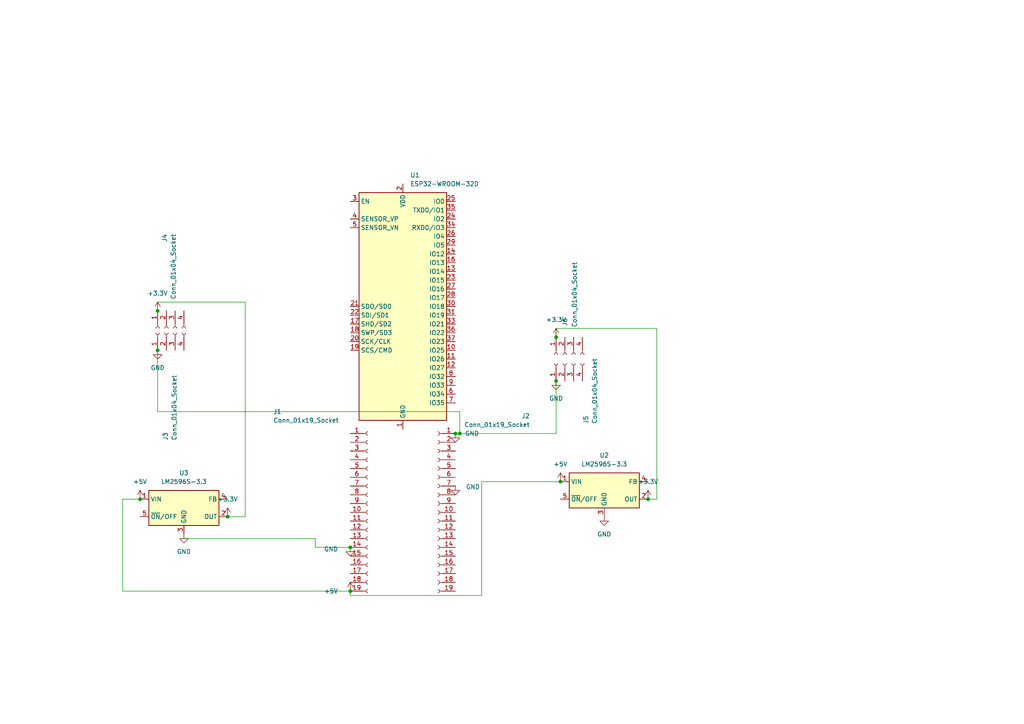
<source format=kicad_sch>
(kicad_sch (version 20250114) (generator "eeschema") (generator_version "9.0")
  (paper "A4")
  (lib_symbols
    (symbol "Connector:Conn_01x04_Socket" (pin_names (offset 1.016) (hide yes))
      (property "Reference" "J" (at 0 5.08 0))
      (property "Value" "Conn_01x04_Socket" (at 0 -7.62 0))
      (symbol "Conn_01x04_Socket_1_1"
        (polyline (pts (xy -1.27 2.54) (xy -0.508 2.54)) (stroke (width 0.1524)))
        (polyline (pts (xy -1.27 0) (xy -0.508 0)) (stroke (width 0.1524)))
        (polyline (pts (xy -1.27 -2.54) (xy -0.508 -2.54)) (stroke (width 0.1524)))
        (polyline (pts (xy -1.27 -5.08) (xy -0.508 -5.08)) (stroke (width 0.1524)))
        (arc (start 0 2.032) (mid -0.5058 2.54) (end 0 3.048) (stroke (width 0.1524)))
        (arc (start 0 -0.508) (mid -0.5058 0) (end 0 0.508) (stroke (width 0.1524)))
        (arc (start 0 -3.048) (mid -0.5058 -2.54) (end 0 -2.032) (stroke (width 0.1524)))
        (arc (start 0 -5.588) (mid -0.5058 -5.08) (end 0 -4.572) (stroke (width 0.1524)))
        (pin passive line (at -5.08 2.54 0) (length 3.81) (name "Pin_1") (number "1"))
        (pin passive line (at -5.08 0 0) (length 3.81) (name "Pin_2") (number "2"))
        (pin passive line (at -5.08 -2.54 0) (length 3.81) (name "Pin_3") (number "3"))
        (pin passive line (at -5.08 -5.08 0) (length 3.81) (name "Pin_4") (number "4"))
      )
    )
    (symbol "Connector:Conn_01x19_Socket" (pin_names (offset 1.016) (hide yes))
      (property "Reference" "J" (at 0 25.4 0))
      (property "Value" "Conn_01x19_Socket" (at 0 -25.4 0))
      (symbol "Conn_01x19_Socket_1_1"
        (polyline (pts (xy -1.27 22.86) (xy -0.508 22.86)) (stroke (width 0.1524)))
        (polyline (pts (xy -1.27 20.32) (xy -0.508 20.32)) (stroke (width 0.1524)))
        (polyline (pts (xy -1.27 17.78) (xy -0.508 17.78)) (stroke (width 0.1524)))
        (polyline (pts (xy -1.27 15.24) (xy -0.508 15.24)) (stroke (width 0.1524)))
        (polyline (pts (xy -1.27 12.7) (xy -0.508 12.7)) (stroke (width 0.1524)))
        (polyline (pts (xy -1.27 10.16) (xy -0.508 10.16)) (stroke (width 0.1524)))
        (polyline (pts (xy -1.27 7.62) (xy -0.508 7.62)) (stroke (width 0.1524)))
        (polyline (pts (xy -1.27 5.08) (xy -0.508 5.08)) (stroke (width 0.1524)))
        (polyline (pts (xy -1.27 2.54) (xy -0.508 2.54)) (stroke (width 0.1524)))
        (polyline (pts (xy -1.27 0) (xy -0.508 0)) (stroke (width 0.1524)))
        (polyline (pts (xy -1.27 -2.54) (xy -0.508 -2.54)) (stroke (width 0.1524)))
        (polyline (pts (xy -1.27 -5.08) (xy -0.508 -5.08)) (stroke (width 0.1524)))
        (polyline (pts (xy -1.27 -7.62) (xy -0.508 -7.62)) (stroke (width 0.1524)))
        (polyline (pts (xy -1.27 -10.16) (xy -0.508 -10.16)) (stroke (width 0.1524)))
        (polyline (pts (xy -1.27 -12.7) (xy -0.508 -12.7)) (stroke (width 0.1524)))
        (polyline (pts (xy -1.27 -15.24) (xy -0.508 -15.24)) (stroke (width 0.1524)))
        (polyline (pts (xy -1.27 -17.78) (xy -0.508 -17.78)) (stroke (width 0.1524)))
        (polyline (pts (xy -1.27 -20.32) (xy -0.508 -20.32)) (stroke (width 0.1524)))
        (polyline (pts (xy -1.27 -22.86) (xy -0.508 -22.86)) (stroke (width 0.1524)))
        (arc (start 0 22.352) (mid -0.5058 22.86) (end 0 23.368) (stroke (width 0.1524)))
        (arc (start 0 19.812) (mid -0.5058 20.32) (end 0 20.828) (stroke (width 0.1524)))
        (arc (start 0 17.272) (mid -0.5058 17.78) (end 0 18.288) (stroke (width 0.1524)))
        (arc (start 0 14.732) (mid -0.5058 15.24) (end 0 15.748) (stroke (width 0.1524)))
        (arc (start 0 12.192) (mid -0.5058 12.7) (end 0 13.208) (stroke (width 0.1524)))
        (arc (start 0 9.652) (mid -0.5058 10.16) (end 0 10.668) (stroke (width 0.1524)))
        (arc (start 0 7.112) (mid -0.5058 7.62) (end 0 8.128) (stroke (width 0.1524)))
        (arc (start 0 4.572) (mid -0.5058 5.08) (end 0 5.588) (stroke (width 0.1524)))
        (arc (start 0 2.032) (mid -0.5058 2.54) (end 0 3.048) (stroke (width 0.1524)))
        (arc (start 0 -0.508) (mid -0.5058 0) (end 0 0.508) (stroke (width 0.1524)))
        (arc (start 0 -3.048) (mid -0.5058 -2.54) (end 0 -2.032) (stroke (width 0.1524)))
        (arc (start 0 -5.588) (mid -0.5058 -5.08) (end 0 -4.572) (stroke (width 0.1524)))
        (arc (start 0 -8.128) (mid -0.5058 -7.62) (end 0 -7.112) (stroke (width 0.1524)))
        (arc (start 0 -10.668) (mid -0.5058 -10.16) (end 0 -9.652) (stroke (width 0.1524)))
        (arc (start 0 -13.208) (mid -0.5058 -12.7) (end 0 -12.192) (stroke (width 0.1524)))
        (arc (start 0 -15.748) (mid -0.5058 -15.24) (end 0 -14.732) (stroke (width 0.1524)))
        (arc (start 0 -18.288) (mid -0.5058 -17.78) (end 0 -17.272) (stroke (width 0.1524)))
        (arc (start 0 -20.828) (mid -0.5058 -20.32) (end 0 -19.812) (stroke (width 0.1524)))
        (arc (start 0 -23.368) (mid -0.5058 -22.86) (end 0 -22.352) (stroke (width 0.1524)))
        (pin passive line (at -5.08 22.86 0) (length 3.81) (name "Pin_1") (number "1"))
        (pin passive line (at -5.08 20.32 0) (length 3.81) (name "Pin_2") (number "2"))
        (pin passive line (at -5.08 17.78 0) (length 3.81) (name "Pin_3") (number "3"))
        (pin passive line (at -5.08 15.24 0) (length 3.81) (name "Pin_4") (number "4"))
        (pin passive line (at -5.08 12.7 0) (length 3.81) (name "Pin_5") (number "5"))
        (pin passive line (at -5.08 10.16 0) (length 3.81) (name "Pin_6") (number "6"))
        (pin passive line (at -5.08 7.62 0) (length 3.81) (name "Pin_7") (number "7"))
        (pin passive line (at -5.08 5.08 0) (length 3.81) (name "Pin_8") (number "8"))
        (pin passive line (at -5.08 2.54 0) (length 3.81) (name "Pin_9") (number "9"))
        (pin passive line (at -5.08 0 0) (length 3.81) (name "Pin_10") (number "10"))
        (pin passive line (at -5.08 -2.54 0) (length 3.81) (name "Pin_11") (number "11"))
        (pin passive line (at -5.08 -5.08 0) (length 3.81) (name "Pin_12") (number "12"))
        (pin passive line (at -5.08 -7.62 0) (length 3.81) (name "Pin_13") (number "13"))
        (pin passive line (at -5.08 -10.16 0) (length 3.81) (name "Pin_14") (number "14"))
        (pin passive line (at -5.08 -12.7 0) (length 3.81) (name "Pin_15") (number "15"))
        (pin passive line (at -5.08 -15.24 0) (length 3.81) (name "Pin_16") (number "16"))
        (pin passive line (at -5.08 -17.78 0) (length 3.81) (name "Pin_17") (number "17"))
        (pin passive line (at -5.08 -20.32 0) (length 3.81) (name "Pin_18") (number "18"))
        (pin passive line (at -5.08 -22.86 0) (length 3.81) (name "Pin_19") (number "19"))
      )
    )
    (symbol "RF_Module:ESP32-WROOM-32D"
      (property "Reference" "U" (at -12.7 34.29 0))
      (property "Value" "ESP32-WROOM-32D" (at 1.27 34.29 0))
      (symbol "ESP32-WROOM-32D_0_1"
        (rectangle (start -12.7 33.02) (end 12.7 -33.02) (stroke (width 0.254)) (fill (type background)))
      )
      (symbol "ESP32-WROOM-32D_1_1"
        (pin input line (at -15.24 30.48 0) (length 2.54) (name "EN") (number "3"))
        (pin input line (at -15.24 25.4 0) (length 2.54) (name "SENSOR_VP") (number "4"))
        (pin input line (at -15.24 22.86 0) (length 2.54) (name "SENSOR_VN") (number "5"))
        (pin bidirectional line (at -15.24 0 0) (length 2.54) (name "SDO/SD0") (number "21"))
        (pin bidirectional line (at -15.24 -2.54 0) (length 2.54) (name "SDI/SD1") (number "22"))
        (pin bidirectional line (at -15.24 -5.08 0) (length 2.54) (name "SHD/SD2") (number "17"))
        (pin bidirectional line (at -15.24 -7.62 0) (length 2.54) (name "SWP/SD3") (number "18"))
        (pin bidirectional line (at -15.24 -10.16 0) (length 2.54) (name "SCK/CLK") (number "20"))
        (pin bidirectional line (at -15.24 -12.7 0) (length 2.54) (name "SCS/CMD") (number "19"))
        (pin no_connect line (at -12.7 -27.94 0) (length 2.54) (hide yes) (name "NC") (number "32"))
        (pin power_in line (at 0 35.56 270) (length 2.54) (name "VDD") (number "2"))
        (pin power_in line (at 0 -35.56 90) (length 2.54) (name "GND") (number "1"))
        (pin passive line (at 0 -35.56 90) (length 2.54) (hide yes) (name "GND") (number "15"))
        (pin passive line (at 0 -35.56 90) (length 2.54) (hide yes) (name "GND") (number "38"))
        (pin passive line (at 0 -35.56 90) (length 2.54) (hide yes) (name "GND") (number "39"))
        (pin bidirectional line (at 15.24 30.48 180) (length 2.54) (name "IO0") (number "25"))
        (pin bidirectional line (at 15.24 27.94 180) (length 2.54) (name "TXD0/IO1") (number "35"))
        (pin bidirectional line (at 15.24 25.4 180) (length 2.54) (name "IO2") (number "24"))
        (pin bidirectional line (at 15.24 22.86 180) (length 2.54) (name "RXD0/IO3") (number "34"))
        (pin bidirectional line (at 15.24 20.32 180) (length 2.54) (name "IO4") (number "26"))
        (pin bidirectional line (at 15.24 17.78 180) (length 2.54) (name "IO5") (number "29"))
        (pin bidirectional line (at 15.24 15.24 180) (length 2.54) (name "IO12") (number "14"))
        (pin bidirectional line (at 15.24 12.7 180) (length 2.54) (name "IO13") (number "16"))
        (pin bidirectional line (at 15.24 10.16 180) (length 2.54) (name "IO14") (number "13"))
        (pin bidirectional line (at 15.24 7.62 180) (length 2.54) (name "IO15") (number "23"))
        (pin bidirectional line (at 15.24 5.08 180) (length 2.54) (name "IO16") (number "27"))
        (pin bidirectional line (at 15.24 2.54 180) (length 2.54) (name "IO17") (number "28"))
        (pin bidirectional line (at 15.24 0 180) (length 2.54) (name "IO18") (number "30"))
        (pin bidirectional line (at 15.24 -2.54 180) (length 2.54) (name "IO19") (number "31"))
        (pin bidirectional line (at 15.24 -5.08 180) (length 2.54) (name "IO21") (number "33"))
        (pin bidirectional line (at 15.24 -7.62 180) (length 2.54) (name "IO22") (number "36"))
        (pin bidirectional line (at 15.24 -10.16 180) (length 2.54) (name "IO23") (number "37"))
        (pin bidirectional line (at 15.24 -12.7 180) (length 2.54) (name "IO25") (number "10"))
        (pin bidirectional line (at 15.24 -15.24 180) (length 2.54) (name "IO26") (number "11"))
        (pin bidirectional line (at 15.24 -17.78 180) (length 2.54) (name "IO27") (number "12"))
        (pin bidirectional line (at 15.24 -20.32 180) (length 2.54) (name "IO32") (number "8"))
        (pin bidirectional line (at 15.24 -22.86 180) (length 2.54) (name "IO33") (number "9"))
        (pin input line (at 15.24 -25.4 180) (length 2.54) (name "IO34") (number "6"))
        (pin input line (at 15.24 -27.94 180) (length 2.54) (name "IO35") (number "7"))
      )
    )
    (symbol "Regulator_Switching:LM2596S-3.3"
      (property "Reference" "U" (at -10.16 6.35 0))
      (property "Value" "LM2596S-3.3" (at 0 6.35 0))
      (symbol "LM2596S-3.3_0_1"
        (rectangle (start -10.16 5.08) (end 10.16 -5.08) (stroke (width 0.254)) (fill (type background)))
      )
      (symbol "LM2596S-3.3_1_1"
        (pin power_in line (at -12.7 2.54 0) (length 2.54) (name "VIN") (number "1"))
        (pin input line (at -12.7 -2.54 0) (length 2.54) (name "~{ON}/OFF") (number "5"))
        (pin power_in line (at 0 -7.62 90) (length 2.54) (name "GND") (number "3"))
        (pin input line (at 12.7 2.54 180) (length 2.54) (name "FB") (number "4"))
        (pin output line (at 12.7 -2.54 180) (length 2.54) (name "OUT") (number "2"))
      )
    )
    (symbol "power:+3.3V" (power) (pin_numbers (hide yes)) (pin_names (offset 0) (hide yes))
      (property "Value" "+3.3V" (at 0 3.556 0))
      (symbol "+3.3V_0_1"
        (polyline (pts (xy -0.762 1.27) (xy 0 2.54)))
        (polyline (pts (xy 0 2.54) (xy 0.762 1.27)))
        (polyline (pts (xy 0 0) (xy 0 2.54)))
      )
      (symbol "+3.3V_1_1"
        (pin power_in line (at 0 0 90) (length 0) (name "~") (number "1"))
      )
    )
    (symbol "power:+5V" (power) (pin_numbers (hide yes)) (pin_names (offset 0) (hide yes))
      (property "Value" "+5V" (at 0 3.556 0))
      (symbol "+5V_0_1"
        (polyline (pts (xy -0.762 1.27) (xy 0 2.54)))
        (polyline (pts (xy 0 2.54) (xy 0.762 1.27)))
        (polyline (pts (xy 0 0) (xy 0 2.54)))
      )
      (symbol "+5V_1_1"
        (pin power_in line (at 0 0 90) (length 0) (name "~") (number "1"))
      )
    )
    (symbol "power:GND" (power) (pin_numbers (hide yes)) (pin_names (offset 0) (hide yes))
      (property "Value" "GND" (at 0 -3.81 0))
      (symbol "GND_0_1"
        (polyline (pts (xy 0 0) (xy 0 -1.27) (xy 1.27 -1.27) (xy 0 -2.54) (xy -1.27 -1.27) (xy 0 -1.27)))
      )
      (symbol "GND_1_1"
        (pin power_in line (at 0 0 270) (length 0) (name "~") (number "1"))
      )
    )
  )
  (junction (at 45.72 101.6))
  (junction (at 45.72 90.17))
  (junction (at 101.6 158.75))
  (junction (at 40.64 144.78))
  (junction (at 187.96 144.78))
  (junction (at 66.04 149.86))
  (junction (at 101.6 171.45))
  (junction (at 132.08 125.73))
  (junction (at 162.56 139.7))
  (junction (at 133.35 125.73))
  (junction (at 161.29 110.49))
  (junction (at 161.29 97.79))
  (wire (pts (xy 190.5 95.25) (xy 161.29 95.25)))
  (wire (pts (xy 133.35 119.38) (xy 133.35 125.73)))
  (wire (pts (xy 40.64 144.78) (xy 35.56 144.78)))
  (wire (pts (xy 45.72 87.63) (xy 45.72 90.17)))
  (wire (pts (xy 45.72 119.38) (xy 133.35 119.38)))
  (wire (pts (xy 35.56 171.45) (xy 101.6 171.45)))
  (wire (pts (xy 91.44 156.21) (xy 91.44 158.75)))
  (wire (pts (xy 71.12 149.86) (xy 71.12 87.63)))
  (wire (pts (xy 161.29 110.49) (xy 161.29 125.73)))
  (wire (pts (xy 35.56 144.78) (xy 35.56 171.45)))
  (wire (pts (xy 66.04 149.86) (xy 71.12 149.86)))
  (wire (pts (xy 132.08 125.73) (xy 133.35 125.73)))
  (wire (pts (xy 133.35 125.73) (xy 161.29 125.73)))
  (wire (pts (xy 101.6 172.72) (xy 101.6 171.45)))
  (wire (pts (xy 53.34 156.21) (xy 91.44 156.21)))
  (wire (pts (xy 45.72 101.6) (xy 45.72 119.38)))
  (wire (pts (xy 161.29 95.25) (xy 161.29 97.79)))
  (wire (pts (xy 187.96 144.78) (xy 190.5 144.78)))
  (wire (pts (xy 190.5 144.78) (xy 190.5 95.25)))
  (wire (pts (xy 71.12 87.63) (xy 45.72 87.63)))
  (wire (pts (xy 162.56 139.7) (xy 139.7 139.7)))
  (wire (pts (xy 91.44 158.75) (xy 101.6 158.75)))
  (wire (pts (xy 139.7 139.7) (xy 139.7 172.72)))
  (wire (pts (xy 139.7 172.72) (xy 101.6 172.72)))
  (symbol (lib_id "power:GND") (at 175.26 149.86 0) (unit 1)
    (property "Reference" "#PWR01" (effects (hide yes)))
    (property "Value" "GND" (at 175.26 154.94 0))
    (property "Description" "Power symbol creates a global label with name \"GND\" , ground" (effects (hide yes)))
  )
  (symbol (lib_id "Connector:Conn_01x04_Socket") (at 48.26 95.25 90) (mirror x) (unit 1)
    (property "Reference" "J4" (at 47.752 67.818 0) (effects (justify left)))
    (property "Value" "Conn_01x04_Socket" (at 50.292 67.818 0) (effects (justify left)))
    (property "Footprint" "Connector_PinSocket_2.54mm:PinSocket_2x04_P2.54mm_Vertical" (effects (hide yes)))
    (property "Description" "Generic connector, single row, 01x04, script generated" (effects (hide yes)))
  )
  (symbol (lib_id "power:+3.3V") (at 45.72 90.17 0) (unit 1)
    (property "Reference" "#PWR08" (effects (hide yes)))
    (property "Value" "+3.3V" (at 45.72 85.09 0))
    (property "Description" "Power symbol creates a global label with name \"+3.3V\"" (effects (hide yes)))
  )
  (symbol (lib_id "Regulator_Switching:LM2596S-3.3") (at 53.34 147.32 0) (unit 1)
    (property "Reference" "U3" (at 53.34 137.16 0))
    (property "Value" "LM2596S-3.3" (at 53.34 139.7 0))
    (property "Footprint" "Package_TO_SOT_SMD:TO-263-5_TabPin3" (effects (hide yes)))
    (property "Datasheet" "http://www.ti.com/lit/ds/symlink/lm2596.pdf" (effects (hide yes)))
    (property "Description" "3.3V 3A Step-Down Voltage Regulator, TO-263" (effects (hide yes)))
  )
  (symbol (lib_id "power:GND") (at 101.6 158.75 0) (unit 1)
    (property "Reference" "#PWR011" (effects (hide yes)))
    (property "Value" "GND" (at 96.012 159.258 0))
    (property "Description" "Power symbol creates a global label with name \"GND\" , ground" (effects (hide yes)))
  )
  (symbol (lib_id "power:GND") (at 161.29 110.49 0) (unit 1)
    (property "Reference" "#PWR010" (effects (hide yes)))
    (property "Value" "GND" (at 161.29 115.57 0))
    (property "Description" "Power symbol creates a global label with name \"GND\" , ground" (effects (hide yes)))
  )
  (symbol (lib_id "power:GND") (at 132.08 140.97 0) (unit 1)
    (property "Reference" "#PWR012" (effects (hide yes)))
    (property "Value" "GND" (at 137.16 141.224 0))
    (property "Description" "Power symbol creates a global label with name \"GND\" , ground" (effects (hide yes)))
  )
  (symbol (lib_id "power:GND") (at 132.08 125.73 0) (unit 1)
    (property "Reference" "#PWR03" (effects (hide yes)))
    (property "Value" "GND" (at 136.906 125.73 0))
    (property "Description" "Power symbol creates a global label with name \"GND\" , ground" (effects (hide yes)))
  )
  (symbol (lib_id "power:+5V") (at 162.56 139.7 0) (unit 1)
    (property "Reference" "#PWR06" (effects (hide yes)))
    (property "Value" "+5V" (at 162.56 134.62 0))
    (property "Description" "Power symbol creates a global label with name \"+5V\"" (effects (hide yes)))
  )
  (symbol (lib_id "Regulator_Switching:LM2596S-3.3") (at 175.26 142.24 0) (unit 1)
    (property "Reference" "U2" (at 175.26 132.08 0))
    (property "Value" "LM2596S-3.3" (at 175.26 134.62 0))
    (property "Footprint" "Package_TO_SOT_SMD:TO-263-5_TabPin3" (effects (hide yes)))
    (property "Datasheet" "http://www.ti.com/lit/ds/symlink/lm2596.pdf" (effects (hide yes)))
    (property "Description" "3.3V 3A Step-Down Voltage Regulator, TO-263" (effects (hide yes)))
  )
  (symbol (lib_id "power:+3.3V") (at 66.04 149.86 0) (unit 1)
    (property "Reference" "#PWR014" (effects (hide yes)))
    (property "Value" "+3.3V" (at 66.04 144.78 0))
    (property "Description" "Power symbol creates a global label with name \"+3.3V\"" (effects (hide yes)))
  )
  (symbol (lib_id "power:+5V") (at 101.6 171.45 0) (unit 1)
    (property "Reference" "#PWR04" (effects (hide yes)))
    (property "Value" "+5V" (at 96.012 171.45 0))
    (property "Description" "Power symbol creates a global label with name \"+5V\"" (effects (hide yes)))
  )
  (symbol (lib_id "Connector:Conn_01x04_Socket") (at 163.83 102.87 90) (mirror x) (unit 1)
    (property "Reference" "J6" (at 163.83 92.202 0) (effects (justify left)))
    (property "Value" "Conn_01x04_Socket" (at 166.624 75.946 0) (effects (justify left)))
    (property "Description" "Generic connector, single row, 01x04, script generated" (effects (hide yes)))
  )
  (symbol (lib_id "power:+5V") (at 40.64 144.78 0) (unit 1)
    (property "Reference" "#PWR05" (effects (hide yes)))
    (property "Value" "+5V" (at 40.64 139.7 0))
    (property "Description" "Power symbol creates a global label with name \"+5V\"" (effects (hide yes)))
  )
  (symbol (lib_id "Connector:Conn_01x19_Socket") (at 127 148.59 0) (mirror y) (unit 1)
    (property "Reference" "J2" (at 153.67 120.65 0) (effects (justify left)))
    (property "Value" "Conn_01x19_Socket" (at 153.67 123.19 0) (effects (justify left)))
    (property "Footprint" "Connector_PinSocket_2.54mm:PinSocket_1x19_P2.54mm_Vertical" (effects (hide yes)))
    (property "Description" "Generic connector, single row, 01x19, script generated" (effects (hide yes)))
  )
  (symbol (lib_id "Connector:Conn_01x04_Socket") (at 48.26 96.52 90) (unit 1)
    (property "Reference" "J3" (at 48.006 127.762 0) (effects (justify left)))
    (property "Value" "Conn_01x04_Socket" (at 50.546 127.762 0) (effects (justify left)))
    (property "Footprint" "Connector_PinSocket_2.54mm:PinSocket_2x04_P2.54mm_Vertical" (effects (hide yes)))
    (property "Description" "Generic connector, single row, 01x04, script generated" (effects (hide yes)))
  )
  (symbol (lib_id "power:GND") (at 53.34 154.94 0) (unit 1)
    (property "Reference" "#PWR02" (effects (hide yes)))
    (property "Value" "GND" (at 53.34 160.02 0))
    (property "Description" "Power symbol creates a global label with name \"GND\" , ground" (effects (hide yes)))
  )
  (symbol (lib_id "Connector:Conn_01x19_Socket") (at 106.68 148.59 0) (unit 1)
    (property "Reference" "J1" (at 79.248 119.38 0) (effects (justify left)))
    (property "Value" "Conn_01x19_Socket" (at 79.248 121.92 0) (effects (justify left)))
    (property "Footprint" "Connector_PinSocket_2.54mm:PinSocket_1x19_P2.54mm_Vertical" (effects (hide yes)))
    (property "Description" "Generic connector, single row, 01x19, script generated" (effects (hide yes)))
  )
  (symbol (lib_id "Connector:Conn_01x04_Socket") (at 163.83 105.41 90) (unit 1)
    (property "Reference" "J5" (at 169.926 122.936 0) (effects (justify left)))
    (property "Value" "Conn_01x04_Socket" (at 172.466 122.936 0) (effects (justify left)))
    (property "Footprint" "Connector_PinSocket_2.54mm:PinSocket_1x04_P2.54mm_Vertical" (effects (hide yes)))
    (property "Description" "Generic connector, single row, 01x04, script generated" (effects (hide yes)))
  )
  (symbol (lib_id "RF_Module:ESP32-WROOM-32D") (at 116.84 88.9 0) (unit 1)
    (property "Reference" "U1" (at 118.9833 50.8 0) (effects (justify left)))
    (property "Value" "ESP32-WROOM-32D" (at 118.9833 53.34 0) (effects (justify left)))
    (property "Footprint" "RF_Module:ESP32-WROOM-32D" (effects (hide yes)))
    (property "Datasheet" "https://www.espressif.com/sites/default/files/documentation/esp32-wroom-32d_esp32-wroom-32u_datasheet_en.pdf" (effects (hide yes)))
    (property "Description" "RF Module, ESP32-D0WD SoC, Wi-Fi 802.11b/g/n, Bluetooth, BLE, 32-bit, 2.7-3.6V, onboard antenna, SMD" (effects (hide yes)))
  )
  (symbol (lib_id "power:GND") (at 45.72 101.6 0) (unit 1)
    (property "Reference" "#PWR09" (effects (hide yes)))
    (property "Value" "GND" (at 45.72 106.68 0))
    (property "Description" "Power symbol creates a global label with name \"GND\" , ground" (effects (hide yes)))
  )
  (symbol (lib_id "power:+3.3V") (at 161.29 97.79 0) (unit 1)
    (property "Reference" "#PWR07" (effects (hide yes)))
    (property "Value" "+3.3V" (at 161.29 92.71 0))
    (property "Description" "Power symbol creates a global label with name \"+3.3V\"" (effects (hide yes)))
  )
  (symbol (lib_id "power:+3.3V") (at 187.96 144.78 0) (unit 1)
    (property "Reference" "#PWR013" (effects (hide yes)))
    (property "Value" "+3.3V" (at 187.96 139.7 0))
    (property "Description" "Power symbol creates a global label with name \"+3.3V\"" (effects (hide yes)))
  )
)
</source>
